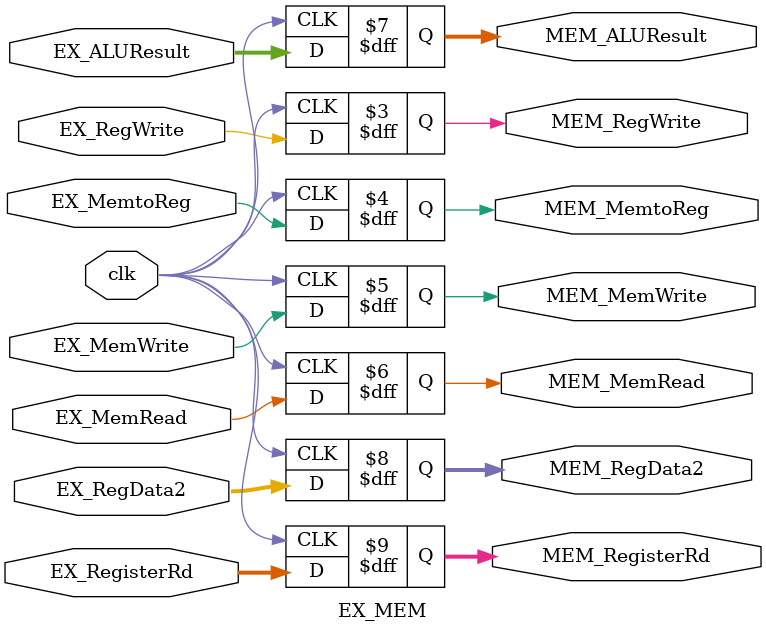
<source format=v>
`timescale 1ns / 1ps

module EX_MEM(
    input clk,
    input EX_RegWrite,
    output reg MEM_RegWrite,
    input EX_MemtoReg,
    output reg MEM_MemtoReg,
    input EX_MemWrite,
    output reg MEM_MemWrite,
    input EX_MemRead,
    output reg MEM_MemRead,
    input [31:0] EX_ALUResult,
    output reg [31:0] MEM_ALUResult,
    input [31:0] EX_RegData2,
    output reg [31:0] MEM_RegData2,
    input [4:0] EX_RegisterRd,
    output reg [4:0] MEM_RegisterRd
    );
    
    initial begin
        MEM_ALUResult = 32'b0;
        MEM_RegData2 = 32'b0;
        MEM_MemWrite = 1'b0;
        MEM_MemRead = 1'b0;
        MEM_RegWrite = 1'b0;
        MEM_MemtoReg = 1'b0;
        MEM_RegisterRd = 5'b0;
    end
    
    always @ (posedge clk) begin
        MEM_ALUResult <= EX_ALUResult;
        MEM_RegData2 <= EX_RegData2;
        MEM_MemWrite <= EX_MemWrite;
        MEM_MemRead <= EX_MemRead;
        MEM_RegWrite <= EX_RegWrite;
        MEM_MemtoReg <= EX_MemtoReg;
        MEM_RegisterRd <= EX_RegisterRd;
    end
    
endmodule
</source>
